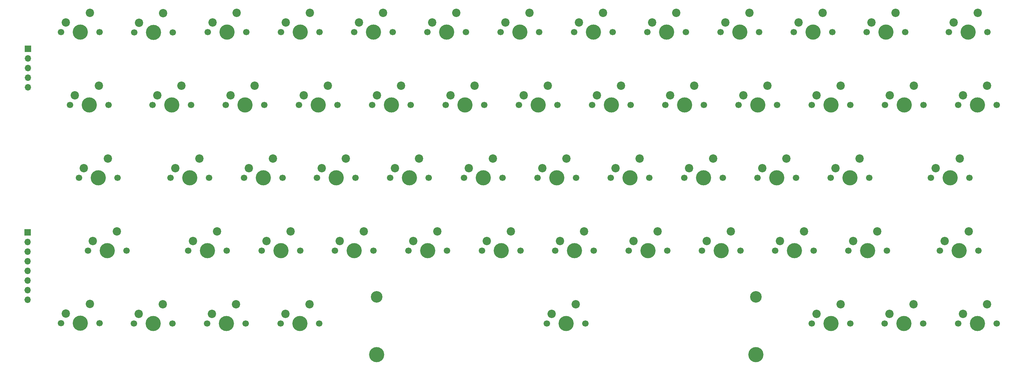
<source format=gts>
G04 #@! TF.GenerationSoftware,KiCad,Pcbnew,6.0.11+dfsg-1*
G04 #@! TF.CreationDate,2025-04-29T08:55:15+02:00*
G04 #@! TF.ProjectId,zx-cherry-keyboard,7a782d63-6865-4727-9279-2d6b6579626f,1.1*
G04 #@! TF.SameCoordinates,Original*
G04 #@! TF.FileFunction,Soldermask,Top*
G04 #@! TF.FilePolarity,Negative*
%FSLAX46Y46*%
G04 Gerber Fmt 4.6, Leading zero omitted, Abs format (unit mm)*
G04 Created by KiCad (PCBNEW 6.0.11+dfsg-1) date 2025-04-29 08:55:15*
%MOMM*%
%LPD*%
G01*
G04 APERTURE LIST*
%ADD10C,1.700000*%
%ADD11C,4.000000*%
%ADD12C,2.200000*%
%ADD13C,3.050000*%
%ADD14R,1.700000X1.700000*%
%ADD15O,1.700000X1.700000*%
G04 APERTURE END LIST*
D10*
X212710000Y-105560000D03*
D11*
X207630000Y-105560000D03*
D10*
X202550000Y-105560000D03*
D12*
X210170000Y-100480000D03*
X203820000Y-103020000D03*
D10*
X188090000Y-124760000D03*
D11*
X193170000Y-124760000D03*
D10*
X198250000Y-124760000D03*
D12*
X195710000Y-119680000D03*
X189360000Y-122220000D03*
D10*
X328570000Y-163150000D03*
X318410000Y-163150000D03*
D11*
X323490000Y-163150000D03*
D12*
X326030000Y-158070000D03*
X319680000Y-160610000D03*
D10*
X320820000Y-105530000D03*
D11*
X325900000Y-105530000D03*
D10*
X330980000Y-105530000D03*
D12*
X328440000Y-100450000D03*
X322090000Y-102990000D03*
D10*
X116070000Y-182380000D03*
X105910000Y-182380000D03*
D11*
X110990000Y-182380000D03*
D12*
X113530000Y-177300000D03*
X107180000Y-179840000D03*
D10*
X203060000Y-143940000D03*
D11*
X197980000Y-143940000D03*
D10*
X192900000Y-143940000D03*
D12*
X200520000Y-138860000D03*
X194170000Y-141400000D03*
D10*
X125350000Y-105560000D03*
X135510000Y-105560000D03*
D11*
X130430000Y-105560000D03*
D12*
X132970000Y-100480000D03*
X126620000Y-103020000D03*
D10*
X173500000Y-143940000D03*
D11*
X178580000Y-143940000D03*
D10*
X183660000Y-143940000D03*
D12*
X181120000Y-138860000D03*
X174770000Y-141400000D03*
D11*
X173830000Y-124760000D03*
D10*
X168750000Y-124760000D03*
X178910000Y-124760000D03*
D12*
X176370000Y-119680000D03*
X170020000Y-122220000D03*
D11*
X163980000Y-163160000D03*
D10*
X158900000Y-163160000D03*
X169060000Y-163160000D03*
D12*
X166520000Y-158080000D03*
X160170000Y-160620000D03*
D10*
X145060000Y-143960000D03*
D11*
X139980000Y-143960000D03*
D10*
X134900000Y-143960000D03*
D12*
X142520000Y-138880000D03*
X136170000Y-141420000D03*
D10*
X284650000Y-124760000D03*
X294810000Y-124760000D03*
D11*
X289730000Y-124760000D03*
D12*
X292270000Y-119680000D03*
X285920000Y-122220000D03*
D10*
X275020000Y-163150000D03*
D11*
X280100000Y-163150000D03*
D10*
X285180000Y-163150000D03*
D12*
X282640000Y-158070000D03*
X276290000Y-160610000D03*
D10*
X212300000Y-143940000D03*
X222460000Y-143940000D03*
D11*
X217380000Y-143940000D03*
D12*
X219920000Y-138860000D03*
X213570000Y-141400000D03*
D10*
X326210000Y-143930000D03*
D11*
X321130000Y-143930000D03*
D10*
X316050000Y-143930000D03*
D12*
X323670000Y-138850000D03*
X317320000Y-141390000D03*
D13*
X169880000Y-175360000D03*
D11*
X169880000Y-190600000D03*
X269880000Y-190600000D03*
D10*
X214800000Y-182360000D03*
X224960000Y-182360000D03*
D11*
X219880000Y-182360000D03*
D13*
X269880000Y-175360000D03*
D12*
X222420000Y-177280000D03*
X216070000Y-179820000D03*
D11*
X115930000Y-124760000D03*
D10*
X121010000Y-124760000D03*
X110850000Y-124760000D03*
D12*
X118470000Y-119680000D03*
X112120000Y-122220000D03*
D11*
X284930000Y-105560000D03*
D10*
X290010000Y-105560000D03*
X279850000Y-105560000D03*
D12*
X287470000Y-100480000D03*
X281120000Y-103020000D03*
D10*
X303950000Y-124760000D03*
D11*
X309030000Y-124760000D03*
D10*
X314110000Y-124760000D03*
D12*
X311570000Y-119680000D03*
X305220000Y-122220000D03*
D10*
X159610000Y-124760000D03*
D11*
X154530000Y-124760000D03*
D10*
X149450000Y-124760000D03*
D12*
X157070000Y-119680000D03*
X150720000Y-122220000D03*
D11*
X304230000Y-105560000D03*
D10*
X299150000Y-105560000D03*
X309310000Y-105560000D03*
D12*
X306770000Y-100480000D03*
X300420000Y-103020000D03*
D10*
X164360000Y-143940000D03*
D11*
X159280000Y-143940000D03*
D10*
X154200000Y-143940000D03*
D12*
X161820000Y-138860000D03*
X155470000Y-141400000D03*
D10*
X261160000Y-143940000D03*
D11*
X256080000Y-143940000D03*
D10*
X251000000Y-143940000D03*
D12*
X258620000Y-138860000D03*
X252270000Y-141400000D03*
D10*
X144600000Y-182360000D03*
X154760000Y-182360000D03*
D11*
X149680000Y-182360000D03*
D12*
X152220000Y-177280000D03*
X145870000Y-179820000D03*
D10*
X96800000Y-182350000D03*
D11*
X91720000Y-182350000D03*
D10*
X86640000Y-182350000D03*
D12*
X94260000Y-177270000D03*
X87910000Y-179810000D03*
D10*
X101560000Y-143950000D03*
D11*
X96480000Y-143950000D03*
D10*
X91400000Y-143950000D03*
D12*
X99020000Y-138870000D03*
X92670000Y-141410000D03*
D11*
X135230000Y-124760000D03*
D10*
X130150000Y-124760000D03*
X140310000Y-124760000D03*
D12*
X137770000Y-119680000D03*
X131420000Y-122220000D03*
D10*
X251410000Y-105560000D03*
X241250000Y-105560000D03*
D11*
X246330000Y-105560000D03*
D12*
X248870000Y-100480000D03*
X242520000Y-103020000D03*
D11*
X289680000Y-182370000D03*
D10*
X294760000Y-182370000D03*
X284600000Y-182370000D03*
D12*
X292220000Y-177290000D03*
X285870000Y-179830000D03*
D11*
X241480000Y-163160000D03*
D10*
X236400000Y-163160000D03*
X246560000Y-163160000D03*
D12*
X244020000Y-158080000D03*
X237670000Y-160620000D03*
D10*
X154810000Y-105560000D03*
X144650000Y-105560000D03*
D11*
X149730000Y-105560000D03*
D12*
X152270000Y-100480000D03*
X145920000Y-103020000D03*
D10*
X265350000Y-124760000D03*
X275510000Y-124760000D03*
D11*
X270430000Y-124760000D03*
D12*
X272970000Y-119680000D03*
X266620000Y-122220000D03*
D10*
X130400000Y-163180000D03*
X120240000Y-163180000D03*
D11*
X125320000Y-163180000D03*
D12*
X127860000Y-158100000D03*
X121510000Y-160640000D03*
D11*
X111070000Y-105580000D03*
D10*
X116150000Y-105580000D03*
X105990000Y-105580000D03*
D12*
X113610000Y-100500000D03*
X107260000Y-103040000D03*
D10*
X178300000Y-163160000D03*
D11*
X183380000Y-163160000D03*
D10*
X188460000Y-163160000D03*
D12*
X185920000Y-158080000D03*
X179570000Y-160620000D03*
D10*
X299790000Y-143940000D03*
D11*
X294710000Y-143940000D03*
D10*
X289630000Y-143940000D03*
D12*
X297250000Y-138860000D03*
X290900000Y-141400000D03*
D11*
X144670000Y-163140000D03*
D10*
X149750000Y-163140000D03*
X139590000Y-163140000D03*
D12*
X147210000Y-158060000D03*
X140860000Y-160600000D03*
D11*
X169030000Y-105560000D03*
D10*
X174110000Y-105560000D03*
X163950000Y-105560000D03*
D12*
X171570000Y-100480000D03*
X165220000Y-103020000D03*
D10*
X256210000Y-124760000D03*
X246050000Y-124760000D03*
D11*
X251130000Y-124760000D03*
D12*
X253670000Y-119680000D03*
X247320000Y-122220000D03*
D10*
X270710000Y-105560000D03*
X260550000Y-105560000D03*
D11*
X265630000Y-105560000D03*
D12*
X268170000Y-100480000D03*
X261820000Y-103020000D03*
D11*
X91730000Y-105560000D03*
D10*
X86650000Y-105560000D03*
X96810000Y-105560000D03*
D12*
X94270000Y-100480000D03*
X87920000Y-103020000D03*
D10*
X207450000Y-124760000D03*
D11*
X212530000Y-124760000D03*
D10*
X217610000Y-124760000D03*
D12*
X215070000Y-119680000D03*
X208720000Y-122220000D03*
D10*
X232110000Y-105560000D03*
X221950000Y-105560000D03*
D11*
X227030000Y-105560000D03*
D12*
X229570000Y-100480000D03*
X223220000Y-103020000D03*
D10*
X270330000Y-143940000D03*
X280490000Y-143940000D03*
D11*
X275410000Y-143940000D03*
D12*
X277950000Y-138860000D03*
X271600000Y-141400000D03*
D10*
X103940000Y-163160000D03*
X93780000Y-163160000D03*
D11*
X98860000Y-163160000D03*
D12*
X101400000Y-158080000D03*
X95050000Y-160620000D03*
D10*
X323200000Y-124760000D03*
D11*
X328280000Y-124760000D03*
D10*
X333360000Y-124760000D03*
D12*
X330820000Y-119680000D03*
X324470000Y-122220000D03*
D10*
X231640000Y-143940000D03*
X241800000Y-143940000D03*
D11*
X236720000Y-143940000D03*
D12*
X239260000Y-138860000D03*
X232910000Y-141400000D03*
D10*
X227160000Y-163160000D03*
X217000000Y-163160000D03*
D11*
X222080000Y-163160000D03*
D12*
X224620000Y-158080000D03*
X218270000Y-160620000D03*
D11*
X120620000Y-143960000D03*
D10*
X125700000Y-143960000D03*
X115540000Y-143960000D03*
D12*
X123160000Y-138880000D03*
X116810000Y-141420000D03*
D10*
X323200000Y-182370000D03*
D11*
X328280000Y-182370000D03*
D10*
X333360000Y-182370000D03*
D12*
X330820000Y-177290000D03*
X324470000Y-179830000D03*
D11*
X260790000Y-163160000D03*
D10*
X265870000Y-163160000D03*
X255710000Y-163160000D03*
D12*
X263330000Y-158080000D03*
X256980000Y-160620000D03*
D11*
X308970000Y-182370000D03*
D10*
X303890000Y-182370000D03*
X314050000Y-182370000D03*
D12*
X311510000Y-177290000D03*
X305160000Y-179830000D03*
D10*
X226750000Y-124760000D03*
X236910000Y-124760000D03*
D11*
X231830000Y-124760000D03*
D12*
X234370000Y-119680000D03*
X228020000Y-122220000D03*
D10*
X304480000Y-163150000D03*
X294320000Y-163150000D03*
D11*
X299400000Y-163150000D03*
D12*
X301940000Y-158070000D03*
X295590000Y-160610000D03*
D11*
X94130000Y-124760000D03*
D10*
X89050000Y-124760000D03*
X99210000Y-124760000D03*
D12*
X96670000Y-119680000D03*
X90320000Y-122220000D03*
D10*
X207800000Y-163160000D03*
X197640000Y-163160000D03*
D11*
X202720000Y-163160000D03*
D12*
X205260000Y-158080000D03*
X198910000Y-160620000D03*
D11*
X188330000Y-105560000D03*
D10*
X193410000Y-105560000D03*
X183250000Y-105560000D03*
D12*
X190870000Y-100480000D03*
X184520000Y-103020000D03*
D10*
X125200000Y-182360000D03*
D11*
X130280000Y-182360000D03*
D10*
X135360000Y-182360000D03*
D12*
X132820000Y-177280000D03*
X126470000Y-179820000D03*
D14*
X78000000Y-109950000D03*
D15*
X78000000Y-112490000D03*
X78000000Y-115030000D03*
X78000000Y-117570000D03*
X78000000Y-120110000D03*
D14*
X77875000Y-158335000D03*
D15*
X77875000Y-160875000D03*
X77875000Y-163415000D03*
X77875000Y-165955000D03*
X77875000Y-168495000D03*
X77875000Y-171035000D03*
X77875000Y-173575000D03*
X77875000Y-176115000D03*
M02*

</source>
